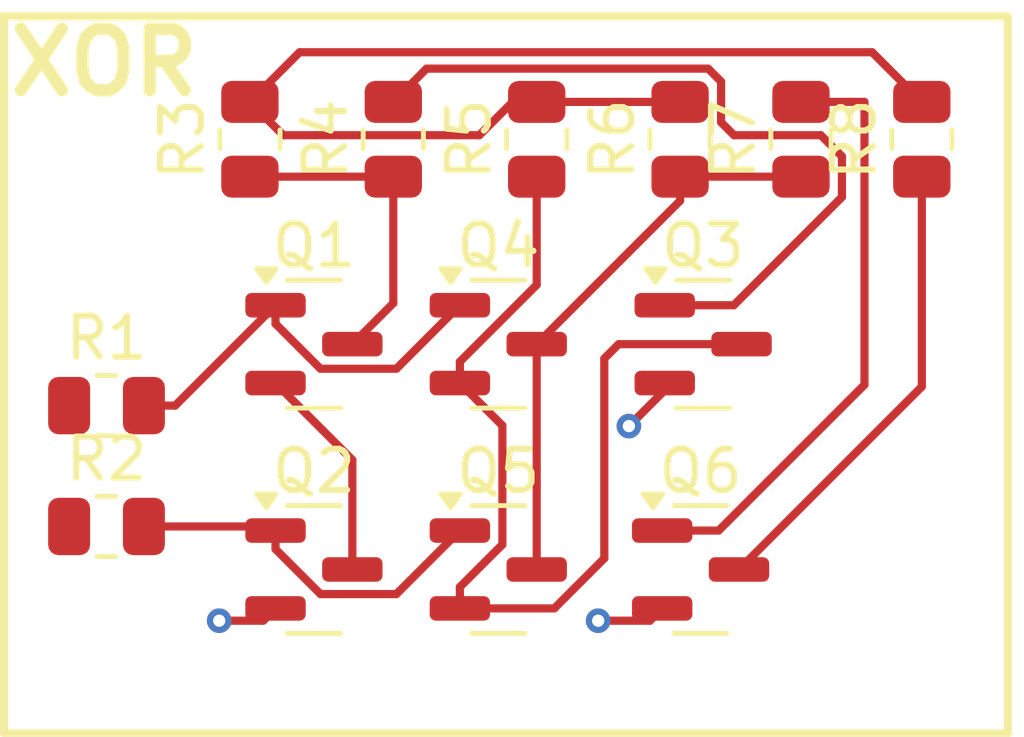
<source format=kicad_pcb>
(kicad_pcb (version 20240108) (generator "pcbnew") (generator_version "8.0")
  (layers (0 "F.Cu" signal) (31 "B.Cu" signal) (34 "B.Paste" user) (35 "F.Paste" user) (36 "B.SilkS" user "B.Silkscreen") (37 "F.SilkS" user "F.Silkscreen") (38 "B.Mask" user) (39 "F.Mask" user) (44 "Edge.Cuts" user))
  (net 0 "")
  (net 1 "Net-(Q1-C)")
  (net 2 "Net-(Q1-E)")
  (net 3 "GND")
  (net 4 "Net-(Q3-C)")
  (net 5 "Net-(Q3-B)")
  (net 6 "/A")
  (net 7 "Net-(Q4-C)")
  (net 8 "/B")
  (net 9 "Net-(Q6-B)")
  (net 10 "/OUT")
  (net 11 "VCC")
  (net 12 "/Asig")
  (net 13 "/Bsig")
  (footprint "Package_TO_SOT_SMD:SOT-23" (layer "F.Cu") (at 100.5625 94.5)
    (property "Reference" "Q2" (at 0 -2.4 0) (layer "F.SilkS"))
    (property "Value" "NPN Transistor")
    (fp_line (start 0 -1.56) (end -0.65 -1.56) (stroke (width 0.12)) (layer "F.SilkS"))
    (fp_line (start 0 -1.56) (end 0.65 -1.56) (stroke (width 0.12)) (layer "F.SilkS"))
    (fp_line (start 0 1.56) (end -0.65 1.56) (stroke (width 0.12)) (layer "F.SilkS"))
    (fp_line (start 0 1.56) (end 0.65 1.56) (stroke (width 0.12)) (layer "F.SilkS"))
    (fp_poly (pts (xy -1.1625 -1.51) (xy -1.4025 -1.84) (xy -0.9225 -1.84) (xy -1.1625 -1.51)) (stroke (width 0.12)) (fill solid) (layer "F.SilkS"))
    (pad "1" smd roundrect (at -0.9375 -0.95) (size 1.475 0.6) (layers "F.Cu" "F.Paste" "F.Mask") (net 13 "/Bsig"))
    (pad "2" smd roundrect (at -0.9375 0.95) (size 1.475 0.6) (layers "F.Cu" "F.Paste" "F.Mask") (net 3 "GND"))
    (pad "3" smd roundrect (at 0.9375 0) (size 1.475 0.6) (layers "F.Cu" "F.Paste" "F.Mask") (net 2 "Net-(Q1-E)"))
  )
  (footprint "Resistor_SMD:R_0805_2012Metric" (layer "F.Cu") (at 106 84 90)
    (property "Reference" "R5" (at 0 -1.65 90) (layer "F.SilkS"))
    (property "Value" "2.7k")
    (fp_line (start -0.227064 -0.735) (end 0.227064 -0.735) (stroke (width 0.12)) (layer "F.SilkS"))
    (fp_line (start -0.227064 0.735) (end 0.227064 0.735) (stroke (width 0.12)) (layer "F.SilkS"))
    (pad "1" smd roundrect (at -0.9125 0 90) (size 1.025 1.4) (layers "F.Cu" "F.Paste" "F.Mask") (roundrect_rratio 0.243902) (net 4 "Net-(Q3-C)"))
    (pad "2" smd roundrect (at 0.9125 0 90) (size 1.025 1.4) (layers "F.Cu" "F.Paste" "F.Mask") (roundrect_rratio 0.243902) (net 11 "VCC"))
  )
  (footprint "Resistor_SMD:R_0805_2012Metric" (layer "F.Cu") (at 112.45 84 90)
    (property "Reference" "R7" (at 0 -1.65 90) (layer "F.SilkS"))
    (property "Value" "39k")
    (fp_line (start -0.227064 -0.735) (end 0.227064 -0.735) (stroke (width 0.12)) (layer "F.SilkS"))
    (fp_line (start -0.227064 0.735) (end 0.227064 0.735) (stroke (width 0.12)) (layer "F.SilkS"))
    (pad "1" smd roundrect (at -0.9125 0 90) (size 1.025 1.4) (layers "F.Cu" "F.Paste" "F.Mask") (roundrect_rratio 0.243902) (net 7 "Net-(Q4-C)"))
    (pad "2" smd roundrect (at 0.9125 0 90) (size 1.025 1.4) (layers "F.Cu" "F.Paste" "F.Mask") (roundrect_rratio 0.243902) (net 9 "Net-(Q6-B)"))
  )
  (footprint "Package_TO_SOT_SMD:SOT-23" (layer "F.Cu") (at 110.0625 89)
    (property "Reference" "Q3" (at 0 -2.4 0) (layer "F.SilkS"))
    (property "Value" "NPN Transistor")
    (fp_line (start 0 -1.56) (end -0.65 -1.56) (stroke (width 0.12)) (layer "F.SilkS"))
    (fp_line (start 0 -1.56) (end 0.65 -1.56) (stroke (width 0.12)) (layer "F.SilkS"))
    (fp_line (start 0 1.56) (end -0.65 1.56) (stroke (width 0.12)) (layer "F.SilkS"))
    (fp_line (start 0 1.56) (end 0.65 1.56) (stroke (width 0.12)) (layer "F.SilkS"))
    (fp_poly (pts (xy -1.1625 -1.51) (xy -1.4025 -1.84) (xy -0.9225 -1.84) (xy -1.1625 -1.51)) (stroke (width 0.12)) (fill solid) (layer "F.SilkS"))
    (pad "1" smd roundrect (at -0.9375 -0.95) (size 1.475 0.6) (layers "F.Cu" "F.Paste" "F.Mask") (net 5 "Net-(Q3-B)"))
    (pad "2" smd roundrect (at -0.9375 0.95) (size 1.475 0.6) (layers "F.Cu" "F.Paste" "F.Mask") (net 3 "GND"))
    (pad "3" smd roundrect (at 0.9375 0) (size 1.475 0.6) (layers "F.Cu" "F.Paste" "F.Mask") (net 4 "Net-(Q3-C)"))
  )
  (footprint "Resistor_SMD:R_0805_2012Metric" (layer "F.Cu") (at 115.4 84 90)
    (property "Reference" "R8" (at 0 -1.65 90) (layer "F.SilkS"))
    (property "Value" "2.7k")
    (fp_line (start -0.227064 -0.735) (end 0.227064 -0.735) (stroke (width 0.12)) (layer "F.SilkS"))
    (fp_line (start -0.227064 0.735) (end 0.227064 0.735) (stroke (width 0.12)) (layer "F.SilkS"))
    (pad "1" smd roundrect (at -0.9125 0 90) (size 1.025 1.4) (layers "F.Cu" "F.Paste" "F.Mask") (roundrect_rratio 0.243902) (net 10 "/OUT"))
    (pad "2" smd roundrect (at 0.9125 0 90) (size 1.025 1.4) (layers "F.Cu" "F.Paste" "F.Mask") (roundrect_rratio 0.243902) (net 11 "VCC"))
  )
  (footprint "Resistor_SMD:R_0805_2012Metric" (layer "F.Cu") (at 102.5 84 90)
    (property "Reference" "R4" (at 0 -1.65 90) (layer "F.SilkS"))
    (property "Value" "1k")
    (fp_line (start -0.227064 -0.735) (end 0.227064 -0.735) (stroke (width 0.12)) (layer "F.SilkS"))
    (fp_line (start -0.227064 0.735) (end 0.227064 0.735) (stroke (width 0.12)) (layer "F.SilkS"))
    (pad "1" smd roundrect (at -0.9125 0 90) (size 1.025 1.4) (layers "F.Cu" "F.Paste" "F.Mask") (roundrect_rratio 0.243902) (net 1 "Net-(Q1-C)"))
    (pad "2" smd roundrect (at 0.9125 0 90) (size 1.025 1.4) (layers "F.Cu" "F.Paste" "F.Mask") (roundrect_rratio 0.243902) (net 5 "Net-(Q3-B)"))
  )
  (footprint "Package_TO_SOT_SMD:SOT-23" (layer "F.Cu") (at 110 94.5)
    (property "Reference" "Q6" (at 0 -2.4 0) (layer "F.SilkS"))
    (property "Value" "NPN Transistor")
    (fp_line (start 0 -1.56) (end -0.65 -1.56) (stroke (width 0.12)) (layer "F.SilkS"))
    (fp_line (start 0 -1.56) (end 0.65 -1.56) (stroke (width 0.12)) (layer "F.SilkS"))
    (fp_line (start 0 1.56) (end -0.65 1.56) (stroke (width 0.12)) (layer "F.SilkS"))
    (fp_line (start 0 1.56) (end 0.65 1.56) (stroke (width 0.12)) (layer "F.SilkS"))
    (fp_poly (pts (xy -1.1625 -1.51) (xy -1.4025 -1.84) (xy -0.9225 -1.84) (xy -1.1625 -1.51)) (stroke (width 0.12)) (fill solid) (layer "F.SilkS"))
    (pad "1" smd roundrect (at -0.9375 -0.95) (size 1.475 0.6) (layers "F.Cu" "F.Paste" "F.Mask") (net 9 "Net-(Q6-B)"))
    (pad "2" smd roundrect (at -0.9375 0.95) (size 1.475 0.6) (layers "F.Cu" "F.Paste" "F.Mask") (net 3 "GND"))
    (pad "3" smd roundrect (at 0.9375 0) (size 1.475 0.6) (layers "F.Cu" "F.Paste" "F.Mask") (net 10 "/OUT"))
  )
  (footprint "Package_TO_SOT_SMD:SOT-23" (layer "F.Cu") (at 105.0625 94.5)
    (property "Reference" "Q5" (at 0 -2.4 0) (layer "F.SilkS"))
    (property "Value" "NPN Transistor")
    (fp_line (start 0 -1.56) (end -0.65 -1.56) (stroke (width 0.12)) (layer "F.SilkS"))
    (fp_line (start 0 -1.56) (end 0.65 -1.56) (stroke (width 0.12)) (layer "F.SilkS"))
    (fp_line (start 0 1.56) (end -0.65 1.56) (stroke (width 0.12)) (layer "F.SilkS"))
    (fp_line (start 0 1.56) (end 0.65 1.56) (stroke (width 0.12)) (layer "F.SilkS"))
    (fp_poly (pts (xy -1.1625 -1.51) (xy -1.4025 -1.84) (xy -0.9225 -1.84) (xy -1.1625 -1.51)) (stroke (width 0.12)) (fill solid) (layer "F.SilkS"))
    (pad "1" smd roundrect (at -0.9375 -0.95) (size 1.475 0.6) (layers "F.Cu" "F.Paste" "F.Mask") (net 13 "/Bsig"))
    (pad "2" smd roundrect (at -0.9375 0.95) (size 1.475 0.6) (layers "F.Cu" "F.Paste" "F.Mask") (net 4 "Net-(Q3-C)"))
    (pad "3" smd roundrect (at 0.9375 0) (size 1.475 0.6) (layers "F.Cu" "F.Paste" "F.Mask") (net 7 "Net-(Q4-C)"))
  )
  (footprint "Resistor_SMD:R_0805_2012Metric" (layer "F.Cu") (at 109.5 84 90)
    (property "Reference" "R6" (at 0 -1.65 90) (layer "F.SilkS"))
    (property "Value" "2.1k")
    (fp_line (start -0.227064 -0.735) (end 0.227064 -0.735) (stroke (width 0.12)) (layer "F.SilkS"))
    (fp_line (start -0.227064 0.735) (end 0.227064 0.735) (stroke (width 0.12)) (layer "F.SilkS"))
    (pad "1" smd roundrect (at -0.9125 0 90) (size 1.025 1.4) (layers "F.Cu" "F.Paste" "F.Mask") (roundrect_rratio 0.243902) (net 7 "Net-(Q4-C)"))
    (pad "2" smd roundrect (at 0.9125 0 90) (size 1.025 1.4) (layers "F.Cu" "F.Paste" "F.Mask") (roundrect_rratio 0.243902) (net 11 "VCC"))
  )
  (footprint "Resistor_SMD:R_0805_2012Metric" (layer "F.Cu") (at 95.5 90.5)
    (property "Reference" "R1" (at 0 -1.65 0) (layer "F.SilkS"))
    (property "Value" "1k")
    (fp_line (start -0.227064 -0.735) (end 0.227064 -0.735) (stroke (width 0.12)) (layer "F.SilkS"))
    (fp_line (start -0.227064 0.735) (end 0.227064 0.735) (stroke (width 0.12)) (layer "F.SilkS"))
    (pad "1" smd roundrect (at -0.9125 0) (size 1.025 1.4) (layers "F.Cu" "F.Paste" "F.Mask") (roundrect_rratio 0.243902) (net 6 "/A"))
    (pad "2" smd roundrect (at 0.9125 0) (size 1.025 1.4) (layers "F.Cu" "F.Paste" "F.Mask") (roundrect_rratio 0.243902) (net 12 "/Asig"))
  )
  (footprint "Package_TO_SOT_SMD:SOT-23" (layer "F.Cu") (at 100.5625 89)
    (property "Reference" "Q1" (at 0 -2.4 0) (layer "F.SilkS"))
    (property "Value" "NPN Transistor")
    (fp_line (start 0 -1.56) (end -0.65 -1.56) (stroke (width 0.12)) (layer "F.SilkS"))
    (fp_line (start 0 -1.56) (end 0.65 -1.56) (stroke (width 0.12)) (layer "F.SilkS"))
    (fp_line (start 0 1.56) (end -0.65 1.56) (stroke (width 0.12)) (layer "F.SilkS"))
    (fp_line (start 0 1.56) (end 0.65 1.56) (stroke (width 0.12)) (layer "F.SilkS"))
    (fp_poly (pts (xy -1.1625 -1.51) (xy -1.4025 -1.84) (xy -0.9225 -1.84) (xy -1.1625 -1.51)) (stroke (width 0.12)) (fill solid) (layer "F.SilkS"))
    (pad "1" smd roundrect (at -0.9375 -0.95) (size 1.475 0.6) (layers "F.Cu" "F.Paste" "F.Mask") (net 12 "/Asig"))
    (pad "2" smd roundrect (at -0.9375 0.95) (size 1.475 0.6) (layers "F.Cu" "F.Paste" "F.Mask") (net 2 "Net-(Q1-E)"))
    (pad "3" smd roundrect (at 0.9375 0) (size 1.475 0.6) (layers "F.Cu" "F.Paste" "F.Mask") (net 1 "Net-(Q1-C)"))
  )
  (footprint "Resistor_SMD:R_0805_2012Metric" (layer "F.Cu") (at 99 84 90)
    (property "Reference" "R3" (at 0 -1.65 90) (layer "F.SilkS"))
    (property "Value" "2.1k")
    (fp_line (start -0.227064 -0.735) (end 0.227064 -0.735) (stroke (width 0.12)) (layer "F.SilkS"))
    (fp_line (start -0.227064 0.735) (end 0.227064 0.735) (stroke (width 0.12)) (layer "F.SilkS"))
    (pad "1" smd roundrect (at -0.9125 0 90) (size 1.025 1.4) (layers "F.Cu" "F.Paste" "F.Mask") (roundrect_rratio 0.243902) (net 1 "Net-(Q1-C)"))
    (pad "2" smd roundrect (at 0.9125 0 90) (size 1.025 1.4) (layers "F.Cu" "F.Paste" "F.Mask") (roundrect_rratio 0.243902) (net 11 "VCC"))
  )
  (footprint "Package_TO_SOT_SMD:SOT-23" (layer "F.Cu") (at 105.0625 89)
    (property "Reference" "Q4" (at 0 -2.4 0) (layer "F.SilkS"))
    (property "Value" "NPN Transistor")
    (fp_line (start 0 -1.56) (end -0.65 -1.56) (stroke (width 0.12)) (layer "F.SilkS"))
    (fp_line (start 0 -1.56) (end 0.65 -1.56) (stroke (width 0.12)) (layer "F.SilkS"))
    (fp_line (start 0 1.56) (end -0.65 1.56) (stroke (width 0.12)) (layer "F.SilkS"))
    (fp_line (start 0 1.56) (end 0.65 1.56) (stroke (width 0.12)) (layer "F.SilkS"))
    (fp_poly (pts (xy -1.1625 -1.51) (xy -1.4025 -1.84) (xy -0.9225 -1.84) (xy -1.1625 -1.51)) (stroke (width 0.12)) (fill solid) (layer "F.SilkS"))
    (pad "1" smd roundrect (at -0.9375 -0.95) (size 1.475 0.6) (layers "F.Cu" "F.Paste" "F.Mask") (net 12 "/Asig"))
    (pad "2" smd roundrect (at -0.9375 0.95) (size 1.475 0.6) (layers "F.Cu" "F.Paste" "F.Mask") (net 4 "Net-(Q3-C)"))
    (pad "3" smd roundrect (at 0.9375 0) (size 1.475 0.6) (layers "F.Cu" "F.Paste" "F.Mask") (net 7 "Net-(Q4-C)"))
  )
  (footprint "Resistor_SMD:R_0805_2012Metric" (layer "F.Cu") (at 95.5 93.45)
    (property "Reference" "R2" (at 0 -1.65 0) (layer "F.SilkS"))
    (property "Value" "1k")
    (fp_line (start -0.227064 -0.735) (end 0.227064 -0.735) (stroke (width 0.12)) (layer "F.SilkS"))
    (fp_line (start -0.227064 0.735) (end 0.227064 0.735) (stroke (width 0.12)) (layer "F.SilkS"))
    (pad "1" smd roundrect (at -0.9125 0) (size 1.025 1.4) (layers "F.Cu" "F.Paste" "F.Mask") (roundrect_rratio 0.243902) (net 8 "/B"))
    (pad "2" smd roundrect (at 0.9125 0) (size 1.025 1.4) (layers "F.Cu" "F.Paste" "F.Mask") (roundrect_rratio 0.243902) (net 13 "/Bsig"))
  )
  (gr_rect (start 93 81) (end 117.5 98.5) (stroke (width 0.2)) (fill none) (layer "F.SilkS"))
  (gr_text "XOR" (at 93 83 0) (layer "F.SilkS") (effects (font (size 1.5 1.5) (thickness 0.3) (bold yes)) (justify left bottom)))
  (segment (start 98.5875 85.325) (end 99 84.9125) (width 0.2) (layer "F.Cu") (net 1))
  (segment (start 99 84.9125) (end 102.5 84.9125) (width 0.2) (layer "F.Cu") (net 1))
  (segment (start 102.5 88) (end 102.5 84.9125) (width 0.2) (layer "F.Cu") (net 1))
  (segment (start 101.5 89) (end 102.5 88) (width 0.2) (layer "F.Cu") (net 1))
  (segment (start 101.5 94.5) (end 101.5 91.825) (width 0.2) (layer "F.Cu") (net 2))
  (segment (start 101.5 91.825) (end 99.625 89.95) (width 0.2) (layer "F.Cu") (net 2))
  (segment (start 108.7625 95.75) (end 109.0625 95.45) (width 0.2) (layer "F.Cu") (net 3))
  (segment (start 99.325 95.75) (end 99.625 95.45) (width 0.2) (layer "F.Cu") (net 3))
  (segment (start 98.25 95.75) (end 99.325 95.75) (width 0.2) (layer "F.Cu") (net 3))
  (segment (start 109.125 89.95) (end 109.125 90.125) (width 0.2) (layer "F.Cu") (net 3))
  (segment (start 109.125 90.125) (end 108.25 91) (width 0.2) (layer "F.Cu") (net 3))
  (segment (start 107.5 95.75) (end 108.7625 95.75) (width 0.2) (layer "F.Cu") (net 3))
  (via (at 98.25 95.75) (size 0.6) (drill 0.3) (layers "F.Cu" "B.Cu") (net 3))
  (via (at 108.25 91) (size 0.6) (drill 0.3) (layers "F.Cu" "B.Cu") (net 3))
  (via (at 107.5 95.75) (size 0.6) (drill 0.3) (layers "F.Cu" "B.Cu") (net 3))
  (segment (start 105.1625 90.9875) (end 104.125 89.95) (width 0.2) (layer "F.Cu") (net 4))
  (segment (start 106 87.553052) (end 106 84.9125) (width 0.2) (layer "F.Cu") (net 4))
  (segment (start 106.428052 95.45) (end 107.65 94.228052) (width 0.2) (layer "F.Cu") (net 4))
  (segment (start 108 89) (end 111 89) (width 0.2) (layer "F.Cu") (net 4))
  (segment (start 104.125 95.45) (end 106.428052 95.45) (width 0.2) (layer "F.Cu") (net 4))
  (segment (start 107.65 94.228052) (end 107.65 89.35) (width 0.2) (layer "F.Cu") (net 4))
  (segment (start 104.125 89.95) (end 104.125 89.428052) (width 0.2) (layer "F.Cu") (net 4))
  (segment (start 104.125 95.45) (end 104.125 94.928052) (width 0.2) (layer "F.Cu") (net 4))
  (segment (start 104.125 94.928052) (end 105.1625 93.890552) (width 0.2) (layer "F.Cu") (net 4))
  (segment (start 104.125 89.428052) (end 106 87.553052) (width 0.2) (layer "F.Cu") (net 4))
  (segment (start 105.1625 93.890552) (end 105.1625 90.9875) (width 0.2) (layer "F.Cu") (net 4))
  (segment (start 107.65 89.35) (end 108 89) (width 0.2) (layer "F.Cu") (net 4))
  (segment (start 113.45 84.415256) (end 113.45 85.409744) (width 0.2) (layer "F.Cu") (net 5))
  (segment (start 110.5 83.584744) (end 110.5 82.590256) (width 0.2) (layer "F.Cu") (net 5))
  (segment (start 110.5 82.590256) (end 110.184744 82.275) (width 0.2) (layer "F.Cu") (net 5))
  (segment (start 113.45 84.415256) (end 112.934744 83.9) (width 0.2) (layer "F.Cu") (net 5))
  (segment (start 112.934744 83.9) (end 110.815256 83.9) (width 0.2) (layer "F.Cu") (net 5))
  (segment (start 103.3125 82.275) (end 102.5 83.0875) (width 0.2) (layer "F.Cu") (net 5))
  (segment (start 113.45 85.409744) (end 110.809744 88.05) (width 0.2) (layer "F.Cu") (net 5))
  (segment (start 110.815256 83.9) (end 110.5 83.584744) (width 0.2) (layer "F.Cu") (net 5))
  (segment (start 110.184744 82.275) (end 103.3125 82.275) (width 0.2) (layer "F.Cu") (net 5))
  (segment (start 110.809744 88.05) (end 109.125 88.05) (width 0.2) (layer "F.Cu") (net 5))
  (segment (start 106 94.5) (end 106 89) (width 0.2) (layer "F.Cu") (net 7))
  (segment (start 112.45 84.9125) (end 109.5 84.9125) (width 0.2) (layer "F.Cu") (net 7))
  (segment (start 109.5 85.5) (end 109.5 84.9125) (width 0.2) (layer "F.Cu") (net 7))
  (segment (start 106 89) (end 109.5 85.5) (width 0.2) (layer "F.Cu") (net 7))
  (segment (start 114 89.990552) (end 114 83.0875) (width 0.2) (layer "F.Cu") (net 9))
  (segment (start 114 83.0875) (end 112.45 83.0875) (width 0.2) (layer "F.Cu") (net 9))
  (segment (start 110.440552 93.55) (end 114 89.990552) (width 0.2) (layer "F.Cu") (net 9))
  (segment (start 109.0625 93.55) (end 110.440552 93.55) (width 0.2) (layer "F.Cu") (net 9))
  (segment (start 110.9375 94.5) (end 115.4 90.0375) (width 0.2) (layer "F.Cu") (net 10))
  (segment (start 115.4 90.0375) (end 115.4 84.9125) (width 0.2) (layer "F.Cu") (net 10))
  (segment (start 115.4 83.0875) (end 114.1875 81.875) (width 0.2) (layer "F.Cu") (net 11))
  (segment (start 106 83.0875) (end 109.5 83.0875) (width 0.2) (layer "F.Cu") (net 11))
  (segment (start 104.6 83.9) (end 105.4125 83.0875) (width 0.2) (layer "F.Cu") (net 11))
  (segment (start 99.8125 83.9) (end 104.6 83.9) (width 0.2) (layer "F.Cu") (net 11))
  (segment (start 99 83.0875) (end 99.8125 83.9) (width 0.2) (layer "F.Cu") (net 11))
  (segment (start 100.2125 81.875) (end 99 83.0875) (width 0.2) (layer "F.Cu") (net 11))
  (segment (start 114.1875 81.875) (end 100.2125 81.875) (width 0.2) (layer "F.Cu") (net 11))
  (segment (start 105.4125 83.0875) (end 106 83.0875) (width 0.2) (layer "F.Cu") (net 11))
  (segment (start 102.575 89.6) (end 104.125 88.05) (width 0.2) (layer "F.Cu") (net 12))
  (segment (start 99.625 88.503052) (end 100.721948 89.6) (width 0.2) (layer "F.Cu") (net 12))
  (segment (start 99.625 88.05) (end 99.625 88.503052) (width 0.2) (layer "F.Cu") (net 12))
  (segment (start 96.4125 90.5) (end 97.175 90.5) (width 0.2) (layer "F.Cu") (net 12))
  (segment (start 97.175 90.5) (end 99.625 88.05) (width 0.2) (layer "F.Cu") (net 12))
  (segment (start 100.721948 89.6) (end 102.575 89.6) (width 0.2) (layer "F.Cu") (net 12))
  (segment (start 100.721948 95.1) (end 102.575 95.1) (width 0.2) (layer "F.Cu") (net 13))
  (segment (start 99.625 94.003052) (end 100.721948 95.1) (width 0.2) (layer "F.Cu") (net 13))
  (segment (start 102.575 95.1) (end 104.125 93.55) (width 0.2) (layer "F.Cu") (net 13))
  (segment (start 99.525 93.45) (end 99.625 93.55) (width 0.2) (layer "F.Cu") (net 13))
  (segment (start 96.4125 93.45) (end 99.525 93.45) (width 0.2) (layer "F.Cu") (net 13))
  (segment (start 99.625 93.55) (end 99.625 94.003052) (width 0.2) (layer "F.Cu") (net 13))
)
</source>
